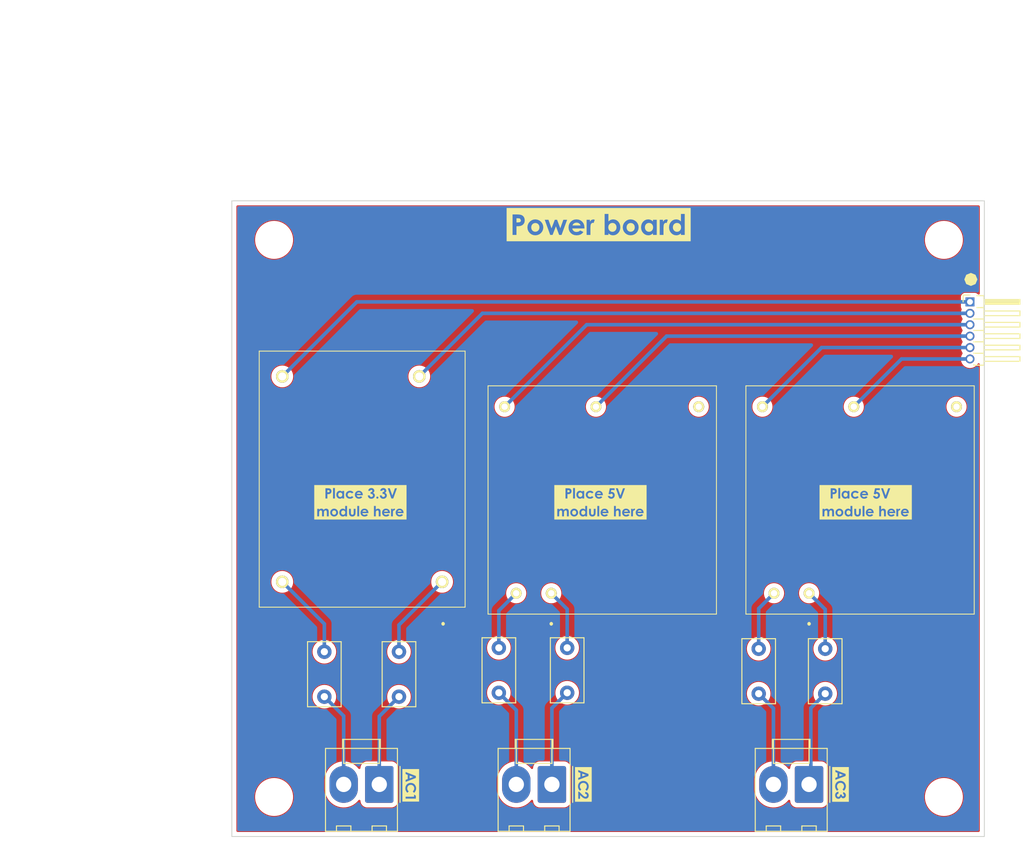
<source format=kicad_pcb>
(kicad_pcb (version 20211014) (generator pcbnew)
  (layers (0 "F.Cu" mixed) (31 "B.Cu" mixed) (34 "B.Paste" user) (35 "F.Paste" user) (36 "B.SilkS" user "B.Silkscreen") (37 "F.SilkS" user "F.Silkscreen") (38 "B.Mask" user) (39 "F.Mask" user) (44 "Edge.Cuts" user))
  (net 0 "")
  (net 1 "Net-(J1-Pad1)")
  (net 2 "Net-(J1-Pad2)")
  (net 3 "Net-(J2-Pad1)")
  (net 4 "Net-(J2-Pad2)")
  (net 5 "Net-(J3-Pad1)")
  (net 6 "Net-(J3-Pad2)")
  (net 7 "Net-(J4-Pad1)")
  (net 8 "Net-(J4-Pad3)")
  (net 9 "Net-(J4-Pad5)")
  (net 10 "Net-(J4-Pad2)")
  (net 11 "Net-(J4-Pad4)")
  (net 12 "Net-(J4-Pad6)")
  (net 13 "Net-(L1-Pad2)")
  (net 14 "Net-(L2-Pad2)")
  (net 15 "Net-(L3-Pad2)")
  (net 16 "Net-(L4-Pad2)")
  (net 17 "Net-(L5-Pad2)")
  (net 18 "Net-(L6-Pad2)")
  (footprint "Connector_Molex:Molex_KK-396_A-41791-0002_1x02_P3.96mm_Vertical" (layer "F.Cu") (at 132.7 122.405 180)
    (fp_text reference "J1" hide)
    (fp_text value "AC2")
    (pad "1" thru_hole roundrect (at 0 0 180) (size 3.16 4.1) (drill 1.7) (layers *.Cu *.Mask) (roundrect_rratio 0.079114) (net 1 "Net-(J1-Pad1)"))
    (pad "2" thru_hole oval (at 3.96 0 180) (size 3.16 4.1) (drill 1.7) (layers *.Cu *.Mask) (net 2 "Net-(J1-Pad2)"))
  )
  (footprint "RAC03-3.3SK:RAC0305SK" (layer "F.Cu") (at 120.49 99.86 90)
    (fp_text reference "PS1" hide)
    (fp_text value "RAC03-3.3SK" hide)
    (pad "1" thru_hole circle (at 0 0 180) (size 1.4 1.4) (drill 0.9) (layers *.Cu *.Mask "F.SilkS") (net 14 "Net-(L2-Pad2)"))
    (pad "2" thru_hole circle (at 22.86 -2.54 180) (size 1.4 1.4) (drill 0.9) (layers *.Cu *.Mask "F.SilkS") (net 10 "Net-(J4-Pad2)"))
    (pad "3" thru_hole circle (at 22.86 -17.78 180) (size 1.4 1.4) (drill 0.9) (layers *.Cu *.Mask "F.SilkS") (net 7 "Net-(J4-Pad1)"))
    (pad "4" thru_hole circle (at 0 -17.78 180) (size 1.4 1.4) (drill 0.9) (layers *.Cu *.Mask "F.SilkS") (net 13 "Net-(L1-Pad2)"))
  )
  (footprint "kibuzzard-63EE9D9B" (layer "F.Cu") (at 179.3 66.205)
    (fp_text reference "kibuzzard-63EE9D9B" hide)
    (fp_text value "G***" hide)
  )
  (footprint "MountingHole:MountingHole_3.2mm_M3" (layer "F.Cu") (at 176.3 61.805)
    (fp_text reference "H3" hide)
    (fp_text value "MountingHole")
    (pad "" np_thru_hole circle (at 0 0) (size 3.2 3.2) (drill 3.2) (layers *.Cu *.Mask))
  )
  (footprint "kibuzzard-63EEA0F8" (layer "F.Cu") (at 137.9 60.105)
    (fp_text reference "kibuzzard-63EEA0F8" hide)
    (fp_text value "G***" hide)
  )
  (footprint "Capacitor_THT:C_Rect_L7.0mm_W3.5mm_P5.00mm" (layer "F.Cu") (at 134.4 112.205 90)
    (fp_text reference "L4" hide)
    (fp_text value "L")
    (pad "1" thru_hole circle (at 0 0 90) (size 1.6 1.6) (drill 0.8) (layers *.Cu *.Mask) (net 1 "Net-(J1-Pad1)"))
    (pad "2" thru_hole circle (at 5 0 90) (size 1.6 1.6) (drill 0.8) (layers *.Cu *.Mask) (net 16 "Net-(L4-Pad2)"))
  )
  (footprint "Capacitor_THT:C_Rect_L7.0mm_W3.5mm_P5.00mm" (layer "F.Cu") (at 126.8 112.205 90)
    (fp_text reference "L3" hide)
    (fp_text value "L")
    (pad "1" thru_hole circle (at 0 0 90) (size 1.6 1.6) (drill 0.8) (layers *.Cu *.Mask) (net 2 "Net-(J1-Pad2)"))
    (pad "2" thru_hole circle (at 5 0 90) (size 1.6 1.6) (drill 0.8) (layers *.Cu *.Mask) (net 15 "Net-(L3-Pad2)"))
  )
  (footprint "Connector_PinHeader_1.27mm:PinHeader_1x06_P1.27mm_Horizontal" (layer "F.Cu") (at 179.2 68.705)
    (fp_text reference "J4" hide)
    (fp_text value "Conn_01x06_Male")
    (pad "1" thru_hole rect (at 0 0) (size 1 1) (drill 0.65) (layers *.Cu *.Mask) (net 7 "Net-(J4-Pad1)"))
    (pad "2" thru_hole oval (at 0 1.27) (size 1 1) (drill 0.65) (layers *.Cu *.Mask) (net 10 "Net-(J4-Pad2)"))
    (pad "3" thru_hole oval (at 0 2.54) (size 1 1) (drill 0.65) (layers *.Cu *.Mask) (net 8 "Net-(J4-Pad3)"))
    (pad "4" thru_hole oval (at 0 3.81) (size 1 1) (drill 0.65) (layers *.Cu *.Mask) (net 11 "Net-(J4-Pad4)"))
    (pad "5" thru_hole oval (at 0 5.08) (size 1 1) (drill 0.65) (layers *.Cu *.Mask) (net 9 "Net-(J4-Pad5)"))
    (pad "6" thru_hole oval (at 0 6.35) (size 1 1) (drill 0.65) (layers *.Cu *.Mask) (net 12 "Net-(J4-Pad6)"))
  )
  (footprint "RAC05-05SK:RAC0505SK" (layer "F.Cu") (at 132.63 101.13 90)
    (fp_text reference "PS2" hide)
    (fp_text value "RAC05-05SK" hide)
    (pad "1" thru_hole circle (at 0 0 180) (size 1.217 1.217) (drill 0.71) (layers *.Cu *.Mask "F.SilkS") (net 16 "Net-(L4-Pad2)"))
    (pad "2" thru_hole circle (at 0 -3.9 180) (size 1.217 1.217) (drill 0.71) (layers *.Cu *.Mask "F.SilkS") (net 15 "Net-(L3-Pad2)"))
    (pad "3" thru_hole circle (at 20.76 16.4 180) (size 1.217 1.217) (drill 0.71) (layers *.Cu *.Mask "F.SilkS"))
    (pad "4" thru_hole circle (at 20.76 4.97 180) (size 1.217 1.217) (drill 0.71) (layers *.Cu *.Mask "F.SilkS") (net 11 "Net-(J4-Pad4)"))
    (pad "5" thru_hole circle (at 20.76 -5.19 180) (size 1.217 1.217) (drill 0.71) (layers *.Cu *.Mask "F.SilkS") (net 8 "Net-(J4-Pad3)"))
  )
  (footprint "kibuzzard-63EEA072" (layer "F.Cu") (at 164.8 122.405 -90)
    (fp_text reference "kibuzzard-63EEA072" hide)
    (fp_text value "G***" hide)
  )
  (footprint "Capacitor_THT:C_Rect_L7.0mm_W3.5mm_P5.00mm" (layer "F.Cu") (at 107.391321 112.64 90)
    (fp_text reference "L1" hide)
    (fp_text value "L")
    (pad "1" thru_hole circle (at 0 0 90) (size 1.6 1.6) (drill 0.8) (layers *.Cu *.Mask) (net 6 "Net-(J3-Pad2)"))
    (pad "2" thru_hole circle (at 5 0 90) (size 1.6 1.6) (drill 0.8) (layers *.Cu *.Mask) (net 13 "Net-(L1-Pad2)"))
  )
  (footprint "Capacitor_THT:C_Rect_L7.0mm_W3.5mm_P5.00mm" (layer "F.Cu") (at 115.691321 112.64 90)
    (fp_text reference "L2" hide)
    (fp_text value "L")
    (pad "1" thru_hole circle (at 0 0 90) (size 1.6 1.6) (drill 0.8) (layers *.Cu *.Mask) (net 5 "Net-(J3-Pad1)"))
    (pad "2" thru_hole circle (at 5 0 90) (size 1.6 1.6) (drill 0.8) (layers *.Cu *.Mask) (net 14 "Net-(L2-Pad2)"))
  )
  (footprint "MountingHole:MountingHole_3.2mm_M3" (layer "F.Cu") (at 101.8 123.805)
    (fp_text reference "H4" hide)
    (fp_text value "MountingHole")
    (pad "" np_thru_hole circle (at 0 0) (size 3.2 3.2) (drill 3.2) (layers *.Cu *.Mask))
  )
  (footprint "kibuzzard-63EE9CF3" (layer "F.Cu") (at 167.6 91.005)
    (fp_text reference "kibuzzard-63EE9CF3" hide)
    (fp_text value "G***" hide)
  )
  (footprint "MountingHole:MountingHole_3.2mm_M3" (layer "F.Cu") (at 176.3 123.805)
    (fp_text reference "H2" hide)
    (fp_text value "MountingHole")
    (pad "" np_thru_hole circle (at 0 0) (size 3.2 3.2) (drill 3.2) (layers *.Cu *.Mask))
  )
  (footprint "MountingHole:MountingHole_3.2mm_M3" (layer "F.Cu") (at 101.8 61.805)
    (fp_text reference "H1" hide)
    (fp_text value "MountingHole")
    (pad "" np_thru_hole circle (at 0 0) (size 3.2 3.2) (drill 3.2) (layers *.Cu *.Mask))
  )
  (footprint "Capacitor_THT:C_Rect_L7.0mm_W3.5mm_P5.00mm" (layer "F.Cu") (at 155.7 112.305 90)
    (fp_text reference "L5" hide)
    (fp_text value "L")
    (pad "1" thru_hole circle (at 0 0 90) (size 1.6 1.6) (drill 0.8) (layers *.Cu *.Mask) (net 4 "Net-(J2-Pad2)"))
    (pad "2" thru_hole circle (at 5 0 90) (size 1.6 1.6) (drill 0.8) (layers *.Cu *.Mask) (net 17 "Net-(L5-Pad2)"))
  )
  (footprint "kibuzzard-63EEA069" (layer "F.Cu") (at 136.2 122.405 -90)
    (fp_text reference "kibuzzard-63EEA069" hide)
    (fp_text value "G***" hide)
  )
  (footprint "Capacitor_THT:C_Rect_L7.0mm_W3.5mm_P5.00mm" (layer "F.Cu") (at 163.1 112.305 90)
    (fp_text reference "L6" hide)
    (fp_text value "L")
    (pad "1" thru_hole circle (at 0 0 90) (size 1.6 1.6) (drill 0.8) (layers *.Cu *.Mask) (net 3 "Net-(J2-Pad1)"))
    (pad "2" thru_hole circle (at 5 0 90) (size 1.6 1.6) (drill 0.8) (layers *.Cu *.Mask) (net 18 "Net-(L6-Pad2)"))
  )
  (footprint "kibuzzard-63EE9CC7" (layer "F.Cu") (at 111.4 91.005)
    (fp_text reference "kibuzzard-63EE9CC7" hide)
    (fp_text value "G***" hide)
  )
  (footprint "Connector_Molex:Molex_KK-396_A-41791-0002_1x02_P3.96mm_Vertical" (layer "F.Cu") (at 161.3 122.405 180)
    (fp_text reference "J2" hide)
    (fp_text value "AC3")
    (pad "1" thru_hole roundrect (at 0 0 180) (size 3.16 4.1) (drill 1.7) (layers *.Cu *.Mask) (roundrect_rratio 0.079114) (net 3 "Net-(J2-Pad1)"))
    (pad "2" thru_hole oval (at 3.96 0 180) (size 3.16 4.1) (drill 1.7) (layers *.Cu *.Mask) (net 4 "Net-(J2-Pad2)"))
  )
  (footprint "RAC05-05SK:RAC0505SK" (layer "F.Cu") (at 161.305 101.13 90)
    (fp_text reference "PS3" hide)
    (fp_text value "RAC05-05SK" hide)
    (pad "1" thru_hole circle (at 0 0 180) (size 1.217 1.217) (drill 0.71) (layers *.Cu *.Mask "F.SilkS") (net 18 "Net-(L6-Pad2)"))
    (pad "2" thru_hole circle (at 0 -3.9 180) (size 1.217 1.217) (drill 0.71) (layers *.Cu *.Mask "F.SilkS") (net 17 "Net-(L5-Pad2)"))
    (pad "3" thru_hole circle (at 20.76 16.4 180) (size 1.217 1.217) (drill 0.71) (layers *.Cu *.Mask "F.SilkS"))
    (pad "4" thru_hole circle (at 20.76 4.97 180) (size 1.217 1.217) (drill 0.71) (layers *.Cu *.Mask "F.SilkS") (net 12 "Net-(J4-Pad6)"))
    (pad "5" thru_hole circle (at 20.76 -5.19 180) (size 1.217 1.217) (drill 0.71) (layers *.Cu *.Mask "F.SilkS") (net 9 "Net-(J4-Pad5)"))
  )
  (footprint "kibuzzard-63EE9CEB" (layer "F.Cu") (at 138.1 91.005)
    (fp_text reference "kibuzzard-63EE9CEB" hide)
    (fp_text value "G***" hide)
  )
  (footprint "kibuzzard-63EEA033" (layer "F.Cu") (at 117 122.505 -90)
    (fp_text reference "kibuzzard-63EEA033" hide)
    (fp_text value "G***" hide)
  )
  (footprint "Connector_Molex:Molex_KK-396_A-41791-0002_1x02_P3.96mm_Vertical" (layer "F.Cu") (at 113.5 122.405 180)
    (fp_text reference "J3" hide)
    (fp_text value "AC1")
    (pad "1" thru_hole roundrect (at 0 0 180) (size 3.16 4.1) (drill 1.7) (layers *.Cu *.Mask) (roundrect_rratio 0.079114) (net 5 "Net-(J3-Pad1)"))
    (pad "2" thru_hole oval (at 3.96 0 180) (size 3.16 4.1) (drill 1.7) (layers *.Cu *.Mask) (net 6 "Net-(J3-Pad2)"))
  )
  (gr_rect (start 97.1 128.205) (end 180.8 57.455) (layer "Edge.Cuts") (width 0.1) (fill none))
  (segment (start 132.7 122.405) (end 132.7 113.905) (width 0.4) (layer "B.Cu") (net 1))
  (segment (start 132.7 113.905) (end 134.4 112.205) (width 0.4) (layer "B.Cu") (net 1))
  (segment (start 128.74 114.145) (end 126.8 112.205) (width 0.4) (layer "B.Cu") (net 2))
  (segment (start 128.74 122.405) (end 128.74 114.145) (width 0.4) (layer "B.Cu") (net 2))
  (segment (start 161.5 122.205) (end 161.5 113.905) (width 0.4) (layer "B.Cu") (net 3))
  (segment (start 161.3 122.405) (end 161.5 122.205) (width 0.4) (layer "B.Cu") (net 3))
  (segment (start 161.5 113.905) (end 163.1 112.305) (width 0.4) (layer "B.Cu") (net 3))
  (segment (start 157.34 122.405) (end 157.34 113.945) (width 0.4) (layer "B.Cu") (net 4))
  (segment (start 157.34 113.945) (end 155.7 112.305) (width 0.4) (layer "B.Cu") (net 4))
  (segment (start 113.5 114.831321) (end 113.5 122.64) (width 0.4) (layer "B.Cu") (net 5))
  (segment (start 115.691321 112.64) (end 113.5 114.831321) (width 0.4) (layer "B.Cu") (net 5))
  (segment (start 109.54 114.788679) (end 107.391321 112.64) (width 0.4) (layer "B.Cu") (net 6))
  (segment (start 109.54 122.64) (end 109.54 114.788679) (width 0.4) (layer "B.Cu") (net 6))
  (segment (start 111.005 68.705) (end 179.2 68.705) (width 0.4) (layer "B.Cu") (net 7))
  (segment (start 102.71 77) (end 111.005 68.705) (width 0.4) (layer "B.Cu") (net 7))
  (segment (start 127.44 80.37) (end 136.565 71.245) (width 0.4) (layer "B.Cu") (net 8))
  (segment (start 136.565 71.245) (end 179.2 71.245) (width 0.4) (layer "B.Cu") (net 8))
  (segment (start 162.7 73.785) (end 179.2 73.785) (width 0.4) (layer "B.Cu") (net 9))
  (segment (start 156.115 80.37) (end 162.7 73.785) (width 0.4) (layer "B.Cu") (net 9))
  (segment (start 124.975 69.975) (end 117.95 77) (width 0.4) (layer "B.Cu") (net 10))
  (segment (start 179.2 69.975) (end 124.975 69.975) (width 0.4) (layer "B.Cu") (net 10))
  (segment (start 145.455 72.515) (end 137.6 80.37) (width 0.4) (layer "B.Cu") (net 11))
  (segment (start 179.2 72.515) (end 145.455 72.515) (width 0.4) (layer "B.Cu") (net 11))
  (segment (start 179.2 75.055) (end 171.59 75.055) (width 0.4) (layer "B.Cu") (net 12))
  (segment (start 171.59 75.055) (end 166.275 80.37) (width 0.4) (layer "B.Cu") (net 12))
  (segment (start 107.391321 104.541321) (end 102.71 99.86) (width 0.4) (layer "B.Cu") (net 13))
  (segment (start 107.391321 107.64) (end 107.391321 104.541321) (width 0.4) (layer "B.Cu") (net 13))
  (segment (start 115.691321 107.64) (end 115.691321 104.658679) (width 0.4) (layer "B.Cu") (net 14))
  (segment (start 115.691321 104.658679) (end 120.49 99.86) (width 0.4) (layer "B.Cu") (net 14))
  (segment (start 126.8 103.06) (end 128.73 101.13) (width 0.4) (layer "B.Cu") (net 15))
  (segment (start 126.8 107.205) (end 126.8 103.06) (width 0.4) (layer "B.Cu") (net 15))
  (segment (start 134.4 102.9) (end 132.63 101.13) (width 0.4) (layer "B.Cu") (net 16))
  (segment (start 134.4 107.205) (end 134.4 102.9) (width 0.4) (layer "B.Cu") (net 16))
  (segment (start 155.7 107.405) (end 155.7 102.835) (width 0.4) (layer "B.Cu") (net 17))
  (segment (start 155.7 102.835) (end 157.405 101.13) (width 0.4) (layer "B.Cu") (net 17))
  (segment (start 163.1 102.925) (end 161.305 101.13) (width 0.4) (layer "B.Cu") (net 18))
  (segment (start 163.1 107.305) (end 163.1 102.925) (width 0.4) (layer "B.Cu") (net 18))
  (zone (net 0) (net_name "") (layer "F.Cu") (connect_pads (clearance 0.508)) (min_thickness 0.254) (fill yes (thermal_gap 0.508) (thermal_bridge_width 0.508))
    (polygon (pts (xy 180.8 128.205) (xy 97.1 128.205) (xy 97.1 57.405) (xy 180.8 57.405)))
  )
  (zone (net 0) (net_name "") (layer "B.Cu") (connect_pads yes (clearance 0.6)) (min_thickness 0.4) (fill yes (thermal_gap 0.508) (thermal_bridge_width 0.508))
    (polygon (pts (xy 180.8 128.105) (xy 97.1 128.105) (xy 97.1 57.405) (xy 180.8 57.405)))
  )
)
</source>
